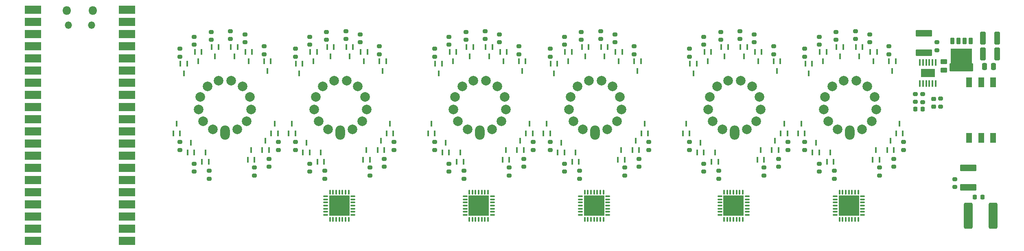
<source format=gts>
G04 #@! TF.GenerationSoftware,KiCad,Pcbnew,8.0.5+1*
G04 #@! TF.CreationDate,2024-11-03T00:00:47+00:00*
G04 #@! TF.ProjectId,nixie_clock,6e697869-655f-4636-9c6f-636b2e6b6963,rev?*
G04 #@! TF.SameCoordinates,Original*
G04 #@! TF.FileFunction,Soldermask,Top*
G04 #@! TF.FilePolarity,Negative*
%FSLAX46Y46*%
G04 Gerber Fmt 4.6, Leading zero omitted, Abs format (unit mm)*
G04 Created by KiCad (PCBNEW 8.0.5+1) date 2024-11-03 00:00:47*
%MOMM*%
%LPD*%
G01*
G04 APERTURE LIST*
G04 Aperture macros list*
%AMRoundRect*
0 Rectangle with rounded corners*
0 $1 Rounding radius*
0 $2 $3 $4 $5 $6 $7 $8 $9 X,Y pos of 4 corners*
0 Add a 4 corners polygon primitive as box body*
4,1,4,$2,$3,$4,$5,$6,$7,$8,$9,$2,$3,0*
0 Add four circle primitives for the rounded corners*
1,1,$1+$1,$2,$3*
1,1,$1+$1,$4,$5*
1,1,$1+$1,$6,$7*
1,1,$1+$1,$8,$9*
0 Add four rect primitives between the rounded corners*
20,1,$1+$1,$2,$3,$4,$5,0*
20,1,$1+$1,$4,$5,$6,$7,0*
20,1,$1+$1,$6,$7,$8,$9,0*
20,1,$1+$1,$8,$9,$2,$3,0*%
%AMFreePoly0*
4,1,21,3.024497,2.399497,3.045000,2.350000,3.045000,-2.350000,3.024497,-2.399497,2.975000,-2.420000,1.425000,-2.420000,1.375503,-2.399497,1.355000,-2.350000,1.355000,-2.170000,-1.650000,-2.170000,-1.699497,-2.149497,-1.720000,-2.100000,-1.720000,2.100000,-1.699497,2.149497,-1.650000,2.170000,1.355000,2.170000,1.355000,2.350000,1.375503,2.399497,1.425000,2.420000,2.975000,2.420000,
3.024497,2.399497,3.024497,2.399497,$1*%
G04 Aperture macros list end*
%ADD10R,0.457200X1.143000*%
%ADD11RoundRect,0.200000X-0.275000X0.200000X-0.275000X-0.200000X0.275000X-0.200000X0.275000X0.200000X0*%
%ADD12RoundRect,0.200000X0.275000X-0.200000X0.275000X0.200000X-0.275000X0.200000X-0.275000X-0.200000X0*%
%ADD13R,1.170000X2.080000*%
%ADD14RoundRect,0.075000X0.437500X0.075000X-0.437500X0.075000X-0.437500X-0.075000X0.437500X-0.075000X0*%
%ADD15RoundRect,0.075000X0.075000X0.437500X-0.075000X0.437500X-0.075000X-0.437500X0.075000X-0.437500X0*%
%ADD16R,4.250000X4.250000*%
%ADD17RoundRect,0.225000X-0.225000X-0.250000X0.225000X-0.250000X0.225000X0.250000X-0.225000X0.250000X0*%
%ADD18RoundRect,0.250000X0.325000X1.100000X-0.325000X1.100000X-0.325000X-1.100000X0.325000X-1.100000X0*%
%ADD19RoundRect,0.250000X-0.450000X0.262500X-0.450000X-0.262500X0.450000X-0.262500X0.450000X0.262500X0*%
%ADD20R,0.431800X1.333500*%
%ADD21R,2.946400X1.752600*%
%ADD22RoundRect,0.250000X0.650000X2.450000X-0.650000X2.450000X-0.650000X-2.450000X0.650000X-2.450000X0*%
%ADD23RoundRect,0.250000X0.250000X0.475000X-0.250000X0.475000X-0.250000X-0.475000X0.250000X-0.475000X0*%
%ADD24RoundRect,0.249999X1.450001X-0.450001X1.450001X0.450001X-1.450001X0.450001X-1.450001X-0.450001X0*%
%ADD25RoundRect,0.070000X0.350000X0.575000X-0.350000X0.575000X-0.350000X-0.575000X0.350000X-0.575000X0*%
%ADD26FreePoly0,270.000000*%
%ADD27RoundRect,0.225000X0.250000X-0.225000X0.250000X0.225000X-0.250000X0.225000X-0.250000X-0.225000X0*%
%ADD28O,1.800000X1.800000*%
%ADD29O,1.500000X1.500000*%
%ADD30R,3.500000X1.700000*%
%ADD31RoundRect,0.225000X0.225000X0.250000X-0.225000X0.250000X-0.225000X-0.250000X0.225000X-0.250000X0*%
%ADD32O,2.000000X3.000000*%
%ADD33C,2.000000*%
G04 APERTURE END LIST*
D10*
G04 #@! TO.C,U36*
X123228000Y-109640000D03*
X124625000Y-109640000D03*
X123926500Y-107658800D03*
G04 #@! TD*
D11*
G04 #@! TO.C,R73*
X74725000Y-113490000D03*
X74725000Y-115140000D03*
G04 #@! TD*
D10*
G04 #@! TO.C,U30*
X138728000Y-109140000D03*
X140125000Y-109140000D03*
X139426500Y-107158800D03*
G04 #@! TD*
G04 #@! TO.C,U56*
X215728000Y-109140000D03*
X217125000Y-109140000D03*
X216426500Y-107158800D03*
G04 #@! TD*
D12*
G04 #@! TO.C,R64*
X226100000Y-88290000D03*
X226100000Y-86640000D03*
G04 #@! TD*
D11*
G04 #@! TO.C,R14*
X111125000Y-110990000D03*
X111125000Y-112640000D03*
G04 #@! TD*
D10*
G04 #@! TO.C,U9*
X144228000Y-105640000D03*
X145625000Y-105640000D03*
X144926500Y-103658800D03*
G04 #@! TD*
D11*
G04 #@! TO.C,R15*
X113125000Y-107490000D03*
X113125000Y-109140000D03*
G04 #@! TD*
D13*
G04 #@! TO.C,T1*
X237800000Y-106630000D03*
X235300000Y-106630000D03*
X232800000Y-106630000D03*
X232800000Y-94970000D03*
X235300000Y-94970000D03*
X237800000Y-94970000D03*
G04 #@! TD*
D11*
G04 #@! TO.C,R33*
X121625000Y-107490000D03*
X121625000Y-109140000D03*
G04 #@! TD*
D12*
G04 #@! TO.C,R76*
X68625000Y-89640000D03*
X68625000Y-87990000D03*
G04 #@! TD*
D11*
G04 #@! TO.C,R32*
X124625000Y-111990000D03*
X124625000Y-113640000D03*
G04 #@! TD*
D12*
G04 #@! TO.C,R12*
X152125000Y-86140000D03*
X152125000Y-84490000D03*
G04 #@! TD*
D10*
G04 #@! TO.C,U38*
X123125000Y-91140000D03*
X121728000Y-91140000D03*
X122426500Y-93121200D03*
G04 #@! TD*
D11*
G04 #@! TO.C,R68*
X89125000Y-107490000D03*
X89125000Y-109140000D03*
G04 #@! TD*
D12*
G04 #@! TO.C,R47*
X177625000Y-87140000D03*
X177625000Y-85490000D03*
G04 #@! TD*
G04 #@! TO.C,R11*
X148625000Y-87140000D03*
X148625000Y-85490000D03*
G04 #@! TD*
G04 #@! TO.C,R41*
X188125000Y-86640000D03*
X188125000Y-84990000D03*
G04 #@! TD*
D11*
G04 #@! TO.C,R75*
X68625000Y-107490000D03*
X68625000Y-109140000D03*
G04 #@! TD*
D12*
G04 #@! TO.C,R63*
X223100000Y-99115000D03*
X223100000Y-97465000D03*
G04 #@! TD*
D11*
G04 #@! TO.C,R21*
X92625000Y-107490000D03*
X92625000Y-109140000D03*
G04 #@! TD*
D10*
G04 #@! TO.C,U32*
X140522000Y-90640000D03*
X139125000Y-90640000D03*
X139823500Y-92621200D03*
G04 #@! TD*
D12*
G04 #@! TO.C,R5*
X159125000Y-86640000D03*
X159125000Y-84990000D03*
G04 #@! TD*
G04 #@! TO.C,R4*
X163125000Y-89140000D03*
X163125000Y-87490000D03*
G04 #@! TD*
D10*
G04 #@! TO.C,U65*
X203125000Y-88640000D03*
X201728000Y-88640000D03*
X202426500Y-90621200D03*
G04 #@! TD*
D11*
G04 #@! TO.C,R1*
X161125000Y-112815000D03*
X161125000Y-114465000D03*
G04 #@! TD*
D14*
G04 #@! TO.C,U15*
X104610000Y-122702031D03*
X104610000Y-122052031D03*
X104610000Y-121402031D03*
X104610000Y-120752031D03*
X104610000Y-120102031D03*
X104610000Y-119452031D03*
X104610000Y-118802031D03*
D15*
X103722500Y-117914531D03*
X103072500Y-117914531D03*
X102422500Y-117914531D03*
X101772500Y-117914531D03*
X101122500Y-117914531D03*
X100472500Y-117914531D03*
X99822500Y-117914531D03*
D14*
X98935000Y-118802031D03*
X98935000Y-119452031D03*
X98935000Y-120102031D03*
X98935000Y-120752031D03*
X98935000Y-121402031D03*
X98935000Y-122052031D03*
X98935000Y-122702031D03*
D15*
X99822500Y-123589531D03*
X100472500Y-123589531D03*
X101122500Y-123589531D03*
X101772500Y-123589531D03*
X102422500Y-123589531D03*
X103072500Y-123589531D03*
X103722500Y-123589531D03*
D16*
X101772500Y-120752031D03*
G04 #@! TD*
D10*
G04 #@! TO.C,U43*
X191728000Y-109140000D03*
X193125000Y-109140000D03*
X192426500Y-107158800D03*
G04 #@! TD*
G04 #@! TO.C,U16*
X106728000Y-111140000D03*
X108125000Y-111140000D03*
X107426500Y-109158800D03*
G04 #@! TD*
D12*
G04 #@! TO.C,R46*
X174625000Y-89640000D03*
X174625000Y-87990000D03*
G04 #@! TD*
D10*
G04 #@! TO.C,U66*
X82728000Y-111140000D03*
X84125000Y-111140000D03*
X83426500Y-109158800D03*
G04 #@! TD*
D12*
G04 #@! TO.C,R71*
X79125000Y-85965000D03*
X79125000Y-84315000D03*
G04 #@! TD*
G04 #@! TO.C,R70*
X82125000Y-86640000D03*
X82125000Y-84990000D03*
G04 #@! TD*
D10*
G04 #@! TO.C,U64*
X200125000Y-91140000D03*
X198728000Y-91140000D03*
X199426500Y-93121200D03*
G04 #@! TD*
G04 #@! TO.C,U23*
X94228000Y-109640000D03*
X95625000Y-109640000D03*
X94926500Y-107658800D03*
G04 #@! TD*
D11*
G04 #@! TO.C,R39*
X195125000Y-107490000D03*
X195125000Y-109140000D03*
G04 #@! TD*
D10*
G04 #@! TO.C,U70*
X83625000Y-88640000D03*
X82228000Y-88640000D03*
X82926500Y-90621200D03*
G04 #@! TD*
D12*
G04 #@! TO.C,R35*
X124625000Y-87140000D03*
X124625000Y-85490000D03*
G04 #@! TD*
G04 #@! TO.C,R6*
X156125000Y-85965000D03*
X156125000Y-84315000D03*
G04 #@! TD*
D10*
G04 #@! TO.C,U17*
X109728000Y-109140000D03*
X111125000Y-109140000D03*
X110426500Y-107158800D03*
G04 #@! TD*
D11*
G04 #@! TO.C,R8*
X148625000Y-111990000D03*
X148625000Y-113640000D03*
G04 #@! TD*
D10*
G04 #@! TO.C,U50*
X173228000Y-105640000D03*
X174625000Y-105640000D03*
X173926500Y-103658800D03*
G04 #@! TD*
D17*
G04 #@! TO.C,C3*
X221600000Y-100565000D03*
X223150000Y-100565000D03*
G04 #@! TD*
D12*
G04 #@! TO.C,R23*
X95625000Y-87140000D03*
X95625000Y-85490000D03*
G04 #@! TD*
D10*
G04 #@! TO.C,U22*
X97228000Y-111640000D03*
X98625000Y-111640000D03*
X97926500Y-109658800D03*
G04 #@! TD*
D14*
G04 #@! TO.C,U54*
X210610000Y-122702031D03*
X210610000Y-122052031D03*
X210610000Y-121402031D03*
X210610000Y-120752031D03*
X210610000Y-120102031D03*
X210610000Y-119452031D03*
X210610000Y-118802031D03*
D15*
X209722500Y-117914531D03*
X209072500Y-117914531D03*
X208422500Y-117914531D03*
X207772500Y-117914531D03*
X207122500Y-117914531D03*
X206472500Y-117914531D03*
X205822500Y-117914531D03*
D14*
X204935000Y-118802031D03*
X204935000Y-119452031D03*
X204935000Y-120102031D03*
X204935000Y-120752031D03*
X204935000Y-121402031D03*
X204935000Y-122052031D03*
X204935000Y-122702031D03*
D15*
X205822500Y-123589531D03*
X206472500Y-123589531D03*
X207122500Y-123589531D03*
X207772500Y-123589531D03*
X208422500Y-123589531D03*
X209072500Y-123589531D03*
X209722500Y-123589531D03*
D16*
X207772500Y-120752031D03*
G04 #@! TD*
D10*
G04 #@! TO.C,U5*
X160625000Y-88640000D03*
X159228000Y-88640000D03*
X159926500Y-90621200D03*
G04 #@! TD*
D12*
G04 #@! TO.C,R29*
X135125000Y-86640000D03*
X135125000Y-84990000D03*
G04 #@! TD*
D10*
G04 #@! TO.C,U45*
X193522000Y-90640000D03*
X192125000Y-90640000D03*
X192823500Y-92621200D03*
G04 #@! TD*
D11*
G04 #@! TO.C,R50*
X217125000Y-110990000D03*
X217125000Y-112640000D03*
G04 #@! TD*
D18*
G04 #@! TO.C,C8*
X238600000Y-85765000D03*
X235650000Y-85765000D03*
G04 #@! TD*
D11*
G04 #@! TO.C,R62*
X229800000Y-115240000D03*
X229800000Y-116890000D03*
G04 #@! TD*
D12*
G04 #@! TO.C,R77*
X71625000Y-87140000D03*
X71625000Y-85490000D03*
G04 #@! TD*
D10*
G04 #@! TO.C,U52*
X179125000Y-88640000D03*
X177728000Y-88640000D03*
X178426500Y-90621200D03*
G04 #@! TD*
D12*
G04 #@! TO.C,R16*
X110125000Y-89140000D03*
X110125000Y-87490000D03*
G04 #@! TD*
G04 #@! TO.C,R42*
X185125000Y-85965000D03*
X185125000Y-84315000D03*
G04 #@! TD*
D19*
G04 #@! TO.C,R61*
X227500000Y-90665000D03*
X227500000Y-92490000D03*
G04 #@! TD*
D10*
G04 #@! TO.C,U53*
X182625000Y-87640000D03*
X181228000Y-87640000D03*
X181926500Y-89621200D03*
G04 #@! TD*
D12*
G04 #@! TO.C,R53*
X212125000Y-86640000D03*
X212125000Y-84990000D03*
G04 #@! TD*
D10*
G04 #@! TO.C,U18*
X111625000Y-105640000D03*
X113022000Y-105640000D03*
X112323500Y-103658800D03*
G04 #@! TD*
D11*
G04 #@! TO.C,R3*
X166125000Y-107490000D03*
X166125000Y-109140000D03*
G04 #@! TD*
G04 #@! TO.C,R27*
X142125000Y-107490000D03*
X142125000Y-109140000D03*
G04 #@! TD*
D10*
G04 #@! TO.C,U77*
X76625000Y-87640000D03*
X75228000Y-87640000D03*
X75926500Y-89621200D03*
G04 #@! TD*
D11*
G04 #@! TO.C,R49*
X214125000Y-112815000D03*
X214125000Y-114465000D03*
G04 #@! TD*
D10*
G04 #@! TO.C,U8*
X147228000Y-109640000D03*
X148625000Y-109640000D03*
X147926500Y-107658800D03*
G04 #@! TD*
D12*
G04 #@! TO.C,R10*
X145625000Y-89640000D03*
X145625000Y-87990000D03*
G04 #@! TD*
D11*
G04 #@! TO.C,R51*
X219125000Y-107490000D03*
X219125000Y-109140000D03*
G04 #@! TD*
D20*
G04 #@! TO.C,U79*
X222574400Y-95281150D03*
X223224640Y-95281150D03*
X223874880Y-95281150D03*
X224525120Y-95281150D03*
X225175360Y-95281150D03*
X225825600Y-95281150D03*
X225825600Y-90848850D03*
X225175360Y-90848850D03*
X224525120Y-90848850D03*
X223874880Y-90848850D03*
X223224640Y-90848850D03*
X222574400Y-90848850D03*
D21*
X224200000Y-93065000D03*
G04 #@! TD*
D11*
G04 #@! TO.C,R74*
X71625000Y-111990000D03*
X71625000Y-113640000D03*
G04 #@! TD*
G04 #@! TO.C,R55*
X204725000Y-113490000D03*
X204725000Y-115140000D03*
G04 #@! TD*
D10*
G04 #@! TO.C,U11*
X150125000Y-88640000D03*
X148728000Y-88640000D03*
X149426500Y-90621200D03*
G04 #@! TD*
D11*
G04 #@! TO.C,R57*
X198625000Y-107490000D03*
X198625000Y-109140000D03*
G04 #@! TD*
D10*
G04 #@! TO.C,U3*
X164625000Y-105640000D03*
X166022000Y-105640000D03*
X165323500Y-103658800D03*
G04 #@! TD*
D12*
G04 #@! TO.C,R30*
X132125000Y-85965000D03*
X132125000Y-84315000D03*
G04 #@! TD*
D10*
G04 #@! TO.C,U27*
X100625000Y-87640000D03*
X99228000Y-87640000D03*
X99926500Y-89621200D03*
G04 #@! TD*
D14*
G04 #@! TO.C,U28*
X133610000Y-122702031D03*
X133610000Y-122052031D03*
X133610000Y-121402031D03*
X133610000Y-120752031D03*
X133610000Y-120102031D03*
X133610000Y-119452031D03*
X133610000Y-118802031D03*
D15*
X132722500Y-117914531D03*
X132072500Y-117914531D03*
X131422500Y-117914531D03*
X130772500Y-117914531D03*
X130122500Y-117914531D03*
X129472500Y-117914531D03*
X128822500Y-117914531D03*
D14*
X127935000Y-118802031D03*
X127935000Y-119452031D03*
X127935000Y-120102031D03*
X127935000Y-120752031D03*
X127935000Y-121402031D03*
X127935000Y-122052031D03*
X127935000Y-122702031D03*
D15*
X128822500Y-123589531D03*
X129472500Y-123589531D03*
X130122500Y-123589531D03*
X130772500Y-123589531D03*
X131422500Y-123589531D03*
X132072500Y-123589531D03*
X132722500Y-123589531D03*
D16*
X130772500Y-120752031D03*
G04 #@! TD*
D22*
G04 #@! TO.C,C6*
X237750000Y-122900000D03*
X232650000Y-122900000D03*
G04 #@! TD*
D10*
G04 #@! TO.C,U48*
X179228000Y-111640000D03*
X180625000Y-111640000D03*
X179926500Y-109658800D03*
G04 #@! TD*
G04 #@! TO.C,U61*
X203228000Y-111640000D03*
X204625000Y-111640000D03*
X203926500Y-109658800D03*
G04 #@! TD*
D14*
G04 #@! TO.C,U13*
X157610000Y-122702031D03*
X157610000Y-122052031D03*
X157610000Y-121402031D03*
X157610000Y-120752031D03*
X157610000Y-120102031D03*
X157610000Y-119452031D03*
X157610000Y-118802031D03*
D15*
X156722500Y-117914531D03*
X156072500Y-117914531D03*
X155422500Y-117914531D03*
X154772500Y-117914531D03*
X154122500Y-117914531D03*
X153472500Y-117914531D03*
X152822500Y-117914531D03*
D14*
X151935000Y-118802031D03*
X151935000Y-119452031D03*
X151935000Y-120102031D03*
X151935000Y-120752031D03*
X151935000Y-121402031D03*
X151935000Y-122052031D03*
X151935000Y-122702031D03*
D15*
X152822500Y-123589531D03*
X153472500Y-123589531D03*
X154122500Y-123589531D03*
X154772500Y-123589531D03*
X155422500Y-123589531D03*
X156072500Y-123589531D03*
X156722500Y-123589531D03*
D16*
X154772500Y-120752031D03*
G04 #@! TD*
D12*
G04 #@! TO.C,R34*
X121625000Y-89640000D03*
X121625000Y-87990000D03*
G04 #@! TD*
D10*
G04 #@! TO.C,U71*
X80625000Y-87640000D03*
X79228000Y-87640000D03*
X79926500Y-89621200D03*
G04 #@! TD*
D14*
G04 #@! TO.C,U41*
X186610000Y-122702031D03*
X186610000Y-122052031D03*
X186610000Y-121402031D03*
X186610000Y-120752031D03*
X186610000Y-120102031D03*
X186610000Y-119452031D03*
X186610000Y-118802031D03*
D15*
X185722500Y-117914531D03*
X185072500Y-117914531D03*
X184422500Y-117914531D03*
X183772500Y-117914531D03*
X183122500Y-117914531D03*
X182472500Y-117914531D03*
X181822500Y-117914531D03*
D14*
X180935000Y-118802031D03*
X180935000Y-119452031D03*
X180935000Y-120102031D03*
X180935000Y-120752031D03*
X180935000Y-121402031D03*
X180935000Y-122052031D03*
X180935000Y-122702031D03*
D15*
X181822500Y-123589531D03*
X182472500Y-123589531D03*
X183122500Y-123589531D03*
X183772500Y-123589531D03*
X184422500Y-123589531D03*
X185072500Y-123589531D03*
X185722500Y-123589531D03*
D16*
X183772500Y-120752031D03*
G04 #@! TD*
D11*
G04 #@! TO.C,R25*
X137125000Y-112815000D03*
X137125000Y-114465000D03*
G04 #@! TD*
D10*
G04 #@! TO.C,U72*
X73228000Y-111640000D03*
X74625000Y-111640000D03*
X73926500Y-109658800D03*
G04 #@! TD*
G04 #@! TO.C,U68*
X87625000Y-105640000D03*
X89022000Y-105640000D03*
X88323500Y-103658800D03*
G04 #@! TD*
G04 #@! TO.C,U49*
X176228000Y-109640000D03*
X177625000Y-109640000D03*
X176926500Y-107658800D03*
G04 #@! TD*
D12*
G04 #@! TO.C,R65*
X221600000Y-99090000D03*
X221600000Y-97440000D03*
G04 #@! TD*
D18*
G04 #@! TO.C,C1*
X238600000Y-89065000D03*
X235650000Y-89065000D03*
G04 #@! TD*
D11*
G04 #@! TO.C,R37*
X190125000Y-112815000D03*
X190125000Y-114465000D03*
G04 #@! TD*
G04 #@! TO.C,R2*
X164125000Y-110990000D03*
X164125000Y-112640000D03*
G04 #@! TD*
D10*
G04 #@! TO.C,U47*
X186625000Y-87640000D03*
X185228000Y-87640000D03*
X185926500Y-89621200D03*
G04 #@! TD*
G04 #@! TO.C,U40*
X129625000Y-87640000D03*
X128228000Y-87640000D03*
X128926500Y-89621200D03*
G04 #@! TD*
D12*
G04 #@! TO.C,R58*
X198625000Y-89640000D03*
X198625000Y-87990000D03*
G04 #@! TD*
D11*
G04 #@! TO.C,R44*
X177625000Y-111990000D03*
X177625000Y-113640000D03*
G04 #@! TD*
D10*
G04 #@! TO.C,U58*
X217522000Y-90640000D03*
X216125000Y-90640000D03*
X216823500Y-92621200D03*
G04 #@! TD*
D12*
G04 #@! TO.C,R59*
X201625000Y-87140000D03*
X201625000Y-85490000D03*
G04 #@! TD*
D10*
G04 #@! TO.C,U21*
X104625000Y-87640000D03*
X103228000Y-87640000D03*
X103926500Y-89621200D03*
G04 #@! TD*
G04 #@! TO.C,U46*
X189625000Y-88640000D03*
X188228000Y-88640000D03*
X188926500Y-90621200D03*
G04 #@! TD*
G04 #@! TO.C,U29*
X135728000Y-111140000D03*
X137125000Y-111140000D03*
X136426500Y-109158800D03*
G04 #@! TD*
G04 #@! TO.C,U67*
X85728000Y-109140000D03*
X87125000Y-109140000D03*
X86426500Y-107158800D03*
G04 #@! TD*
D12*
G04 #@! TO.C,R28*
X139125000Y-89140000D03*
X139125000Y-87490000D03*
G04 #@! TD*
D11*
G04 #@! TO.C,R13*
X108125000Y-112815000D03*
X108125000Y-114465000D03*
G04 #@! TD*
D10*
G04 #@! TO.C,U39*
X126125000Y-88640000D03*
X124728000Y-88640000D03*
X125426500Y-90621200D03*
G04 #@! TD*
G04 #@! TO.C,U60*
X210625000Y-87640000D03*
X209228000Y-87640000D03*
X209926500Y-89621200D03*
G04 #@! TD*
G04 #@! TO.C,U12*
X153625000Y-87640000D03*
X152228000Y-87640000D03*
X152926500Y-89621200D03*
G04 #@! TD*
G04 #@! TO.C,U78*
X206625000Y-87640000D03*
X205228000Y-87640000D03*
X205926500Y-89621200D03*
G04 #@! TD*
D23*
G04 #@! TO.C,C2*
X237900000Y-91665000D03*
X236000000Y-91665000D03*
G04 #@! TD*
D24*
G04 #@! TO.C,C7*
X223400000Y-88865000D03*
X223400000Y-84765000D03*
G04 #@! TD*
D12*
G04 #@! TO.C,R40*
X192125000Y-89140000D03*
X192125000Y-87490000D03*
G04 #@! TD*
D24*
G04 #@! TO.C,D1*
X232600000Y-116950000D03*
X232600000Y-112850000D03*
G04 #@! TD*
D10*
G04 #@! TO.C,U75*
X70125000Y-91140000D03*
X68728000Y-91140000D03*
X69426500Y-93121200D03*
G04 #@! TD*
D11*
G04 #@! TO.C,R31*
X127725000Y-113490000D03*
X127725000Y-115140000D03*
G04 #@! TD*
G04 #@! TO.C,R66*
X84125000Y-112815000D03*
X84125000Y-114465000D03*
G04 #@! TD*
D10*
G04 #@! TO.C,U10*
X147125000Y-91140000D03*
X145728000Y-91140000D03*
X146426500Y-93121200D03*
G04 #@! TD*
G04 #@! TO.C,U63*
X197228000Y-105640000D03*
X198625000Y-105640000D03*
X197926500Y-103658800D03*
G04 #@! TD*
D12*
G04 #@! TO.C,R69*
X86125000Y-89140000D03*
X86125000Y-87490000D03*
G04 #@! TD*
D25*
G04 #@! TO.C,Q1*
X229310000Y-86380000D03*
D26*
X231220000Y-89650000D03*
D25*
X233130000Y-86380000D03*
X231860000Y-86380000D03*
X230580000Y-86380000D03*
G04 #@! TD*
D11*
G04 #@! TO.C,R38*
X193125000Y-110990000D03*
X193125000Y-112640000D03*
G04 #@! TD*
D12*
G04 #@! TO.C,R72*
X226900000Y-100065000D03*
X226900000Y-98415000D03*
G04 #@! TD*
G04 #@! TO.C,R36*
X128125000Y-86140000D03*
X128125000Y-84490000D03*
G04 #@! TD*
D10*
G04 #@! TO.C,U55*
X212728000Y-111140000D03*
X214125000Y-111140000D03*
X213426500Y-109158800D03*
G04 #@! TD*
D11*
G04 #@! TO.C,R56*
X201625000Y-111990000D03*
X201625000Y-113640000D03*
G04 #@! TD*
D10*
G04 #@! TO.C,U44*
X193625000Y-105640000D03*
X195022000Y-105640000D03*
X194323500Y-103658800D03*
G04 #@! TD*
G04 #@! TO.C,U2*
X162728000Y-109140000D03*
X164125000Y-109140000D03*
X163426500Y-107158800D03*
G04 #@! TD*
G04 #@! TO.C,U6*
X157625000Y-87640000D03*
X156228000Y-87640000D03*
X156926500Y-89621200D03*
G04 #@! TD*
G04 #@! TO.C,U74*
X67228000Y-105640000D03*
X68625000Y-105640000D03*
X67926500Y-103658800D03*
G04 #@! TD*
D11*
G04 #@! TO.C,R20*
X95625000Y-111990000D03*
X95625000Y-113640000D03*
G04 #@! TD*
G04 #@! TO.C,R45*
X174625000Y-107490000D03*
X174625000Y-109140000D03*
G04 #@! TD*
D27*
G04 #@! TO.C,C4*
X225400000Y-100065000D03*
X225400000Y-98515000D03*
G04 #@! TD*
D10*
G04 #@! TO.C,U69*
X87522000Y-90640000D03*
X86125000Y-90640000D03*
X86823500Y-92621200D03*
G04 #@! TD*
D11*
G04 #@! TO.C,R67*
X87125000Y-110990000D03*
X87125000Y-112640000D03*
G04 #@! TD*
G04 #@! TO.C,R19*
X98725000Y-113490000D03*
X98725000Y-115140000D03*
G04 #@! TD*
G04 #@! TO.C,R26*
X140125000Y-110990000D03*
X140125000Y-112640000D03*
G04 #@! TD*
D10*
G04 #@! TO.C,U20*
X107625000Y-88640000D03*
X106228000Y-88640000D03*
X106926500Y-90621200D03*
G04 #@! TD*
G04 #@! TO.C,U76*
X73125000Y-88640000D03*
X71728000Y-88640000D03*
X72426500Y-90621200D03*
G04 #@! TD*
G04 #@! TO.C,U1*
X159728000Y-111140000D03*
X161125000Y-111140000D03*
X160426500Y-109158800D03*
G04 #@! TD*
G04 #@! TO.C,U31*
X140625000Y-105640000D03*
X142022000Y-105640000D03*
X141323500Y-103658800D03*
G04 #@! TD*
D12*
G04 #@! TO.C,R17*
X106125000Y-86640000D03*
X106125000Y-84990000D03*
G04 #@! TD*
D10*
G04 #@! TO.C,U73*
X70228000Y-109640000D03*
X71625000Y-109640000D03*
X70926500Y-107658800D03*
G04 #@! TD*
G04 #@! TO.C,U33*
X136625000Y-88640000D03*
X135228000Y-88640000D03*
X135926500Y-90621200D03*
G04 #@! TD*
D12*
G04 #@! TO.C,R52*
X216125000Y-89140000D03*
X216125000Y-87490000D03*
G04 #@! TD*
G04 #@! TO.C,R54*
X209125000Y-85965000D03*
X209125000Y-84315000D03*
G04 #@! TD*
G04 #@! TO.C,R60*
X205125000Y-86140000D03*
X205125000Y-84490000D03*
G04 #@! TD*
D10*
G04 #@! TO.C,U7*
X150228000Y-111640000D03*
X151625000Y-111640000D03*
X150926500Y-109658800D03*
G04 #@! TD*
G04 #@! TO.C,U25*
X94125000Y-91140000D03*
X92728000Y-91140000D03*
X93426500Y-93121200D03*
G04 #@! TD*
D11*
G04 #@! TO.C,R9*
X145625000Y-107490000D03*
X145625000Y-109140000D03*
G04 #@! TD*
D10*
G04 #@! TO.C,U42*
X188728000Y-111140000D03*
X190125000Y-111140000D03*
X189426500Y-109158800D03*
G04 #@! TD*
D11*
G04 #@! TO.C,R43*
X180725000Y-113490000D03*
X180725000Y-115140000D03*
G04 #@! TD*
D12*
G04 #@! TO.C,R18*
X103125000Y-85965000D03*
X103125000Y-84315000D03*
G04 #@! TD*
D10*
G04 #@! TO.C,U19*
X111522000Y-90640000D03*
X110125000Y-90640000D03*
X110823500Y-92621200D03*
G04 #@! TD*
G04 #@! TO.C,U26*
X97125000Y-88640000D03*
X95728000Y-88640000D03*
X96426500Y-90621200D03*
G04 #@! TD*
D28*
G04 #@! TO.C,U14*
X45085000Y-80000000D03*
D29*
X45385000Y-83030000D03*
X50235000Y-83030000D03*
D28*
X50535000Y-80000000D03*
D30*
X38020000Y-79870000D03*
X38020000Y-82410000D03*
X38020000Y-84950000D03*
X38020000Y-87490000D03*
X38020000Y-90030000D03*
X38020000Y-92570000D03*
X38020000Y-95110000D03*
X38020000Y-97650000D03*
X38020000Y-100190000D03*
X38020000Y-102730000D03*
X38020000Y-105270000D03*
X38020000Y-107810000D03*
X38020000Y-110350000D03*
X38020000Y-112890000D03*
X38020000Y-115430000D03*
X38020000Y-117970000D03*
X38020000Y-120510000D03*
X38020000Y-123050000D03*
X38020000Y-125590000D03*
X38020000Y-128130000D03*
X57600000Y-128130000D03*
X57600000Y-125590000D03*
X57600000Y-123050000D03*
X57600000Y-120510000D03*
X57600000Y-117970000D03*
X57600000Y-115430000D03*
X57600000Y-112890000D03*
X57600000Y-110350000D03*
X57600000Y-107810000D03*
X57600000Y-105270000D03*
X57600000Y-102730000D03*
X57600000Y-100190000D03*
X57600000Y-97650000D03*
X57600000Y-95110000D03*
X57600000Y-92570000D03*
X57600000Y-90030000D03*
X57600000Y-87490000D03*
X57600000Y-84950000D03*
X57600000Y-82410000D03*
X57600000Y-79870000D03*
G04 #@! TD*
D10*
G04 #@! TO.C,U37*
X120228000Y-105640000D03*
X121625000Y-105640000D03*
X120926500Y-103658800D03*
G04 #@! TD*
G04 #@! TO.C,U4*
X164522000Y-90640000D03*
X163125000Y-90640000D03*
X163823500Y-92621200D03*
G04 #@! TD*
D12*
G04 #@! TO.C,R22*
X92625000Y-89640000D03*
X92625000Y-87990000D03*
G04 #@! TD*
D10*
G04 #@! TO.C,U62*
X200228000Y-109640000D03*
X201625000Y-109640000D03*
X200926500Y-107658800D03*
G04 #@! TD*
D31*
G04 #@! TO.C,C5*
X235550000Y-119000000D03*
X234000000Y-119000000D03*
G04 #@! TD*
D10*
G04 #@! TO.C,U59*
X213625000Y-88640000D03*
X212228000Y-88640000D03*
X212926500Y-90621200D03*
G04 #@! TD*
G04 #@! TO.C,U51*
X176125000Y-91140000D03*
X174728000Y-91140000D03*
X175426500Y-93121200D03*
G04 #@! TD*
G04 #@! TO.C,U24*
X91228000Y-105640000D03*
X92625000Y-105640000D03*
X91926500Y-103658800D03*
G04 #@! TD*
G04 #@! TO.C,U57*
X217625000Y-105640000D03*
X219022000Y-105640000D03*
X218323500Y-103658800D03*
G04 #@! TD*
G04 #@! TO.C,U34*
X133625000Y-87640000D03*
X132228000Y-87640000D03*
X132926500Y-89621200D03*
G04 #@! TD*
D12*
G04 #@! TO.C,R78*
X75125000Y-86140000D03*
X75125000Y-84490000D03*
G04 #@! TD*
D10*
G04 #@! TO.C,U35*
X126228000Y-111640000D03*
X127625000Y-111640000D03*
X126926500Y-109658800D03*
G04 #@! TD*
D12*
G04 #@! TO.C,R48*
X181125000Y-86140000D03*
X181125000Y-84490000D03*
G04 #@! TD*
D11*
G04 #@! TO.C,R7*
X151725000Y-113490000D03*
X151725000Y-115140000D03*
G04 #@! TD*
D12*
G04 #@! TO.C,R24*
X99125000Y-86140000D03*
X99125000Y-84490000D03*
G04 #@! TD*
D32*
G04 #@! TO.C,V4*
X184000000Y-105500000D03*
D33*
X181444023Y-104870008D03*
X179473589Y-103124356D03*
X178540101Y-100662952D03*
X178857411Y-98049673D03*
X180352825Y-95883191D03*
X182683764Y-94659820D03*
X185316236Y-94659820D03*
X187647175Y-95883191D03*
X189142589Y-98049673D03*
X189459899Y-100662952D03*
X188526411Y-103124356D03*
X186555977Y-104870008D03*
G04 #@! TD*
D32*
G04 #@! TO.C,V5*
X208000000Y-105500000D03*
D33*
X205444023Y-104870008D03*
X203473589Y-103124356D03*
X202540101Y-100662952D03*
X202857411Y-98049673D03*
X204352825Y-95883191D03*
X206683764Y-94659820D03*
X209316236Y-94659820D03*
X211647175Y-95883191D03*
X213142589Y-98049673D03*
X213459899Y-100662952D03*
X212526411Y-103124356D03*
X210555977Y-104870008D03*
G04 #@! TD*
D32*
G04 #@! TO.C,V2*
X102000000Y-105500000D03*
D33*
X99444023Y-104870008D03*
X97473589Y-103124356D03*
X96540101Y-100662952D03*
X96857411Y-98049673D03*
X98352825Y-95883191D03*
X100683764Y-94659820D03*
X103316236Y-94659820D03*
X105647175Y-95883191D03*
X107142589Y-98049673D03*
X107459899Y-100662952D03*
X106526411Y-103124356D03*
X104555977Y-104870008D03*
G04 #@! TD*
D32*
G04 #@! TO.C,V6*
X78000000Y-105500000D03*
D33*
X75444023Y-104870008D03*
X73473589Y-103124356D03*
X72540101Y-100662952D03*
X72857411Y-98049673D03*
X74352825Y-95883191D03*
X76683764Y-94659820D03*
X79316236Y-94659820D03*
X81647175Y-95883191D03*
X83142589Y-98049673D03*
X83459899Y-100662952D03*
X82526411Y-103124356D03*
X80555977Y-104870008D03*
G04 #@! TD*
D32*
G04 #@! TO.C,V1*
X155000000Y-105500000D03*
D33*
X152444023Y-104870008D03*
X150473589Y-103124356D03*
X149540101Y-100662952D03*
X149857411Y-98049673D03*
X151352825Y-95883191D03*
X153683764Y-94659820D03*
X156316236Y-94659820D03*
X158647175Y-95883191D03*
X160142589Y-98049673D03*
X160459899Y-100662952D03*
X159526411Y-103124356D03*
X157555977Y-104870008D03*
G04 #@! TD*
D32*
G04 #@! TO.C,V3*
X131000000Y-105500000D03*
D33*
X128444023Y-104870008D03*
X126473589Y-103124356D03*
X125540101Y-100662952D03*
X125857411Y-98049673D03*
X127352825Y-95883191D03*
X129683764Y-94659820D03*
X132316236Y-94659820D03*
X134647175Y-95883191D03*
X136142589Y-98049673D03*
X136459899Y-100662952D03*
X135526411Y-103124356D03*
X133555977Y-104870008D03*
G04 #@! TD*
M02*

</source>
